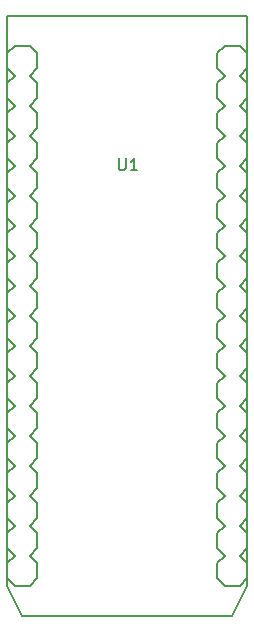
<source format=gbr>
G04 #@! TF.FileFunction,Legend,Top*
%FSLAX46Y46*%
G04 Gerber Fmt 4.6, Leading zero omitted, Abs format (unit mm)*
G04 Created by KiCad (PCBNEW 4.0.6-e0-6349~53~ubuntu14.04.1) date Thu Apr  6 14:21:28 2017*
%MOMM*%
%LPD*%
G01*
G04 APERTURE LIST*
%ADD10C,0.100000*%
%ADD11C,0.203200*%
%ADD12C,0.150000*%
G04 APERTURE END LIST*
D10*
D11*
X137980000Y-98755000D02*
X137345000Y-99390000D01*
X136075000Y-99390000D02*
X135440000Y-98755000D01*
X137345000Y-94310000D02*
X137980000Y-94945000D01*
X137980000Y-96215000D02*
X137345000Y-96850000D01*
X136075000Y-96850000D02*
X135440000Y-96215000D01*
X135440000Y-94945000D02*
X136075000Y-94310000D01*
X137980000Y-97485000D02*
X137345000Y-96850000D01*
X136075000Y-96850000D02*
X135440000Y-97485000D01*
X137980000Y-91135000D02*
X137345000Y-91770000D01*
X136075000Y-91770000D02*
X135440000Y-91135000D01*
X137345000Y-91770000D02*
X137980000Y-92405000D01*
X137980000Y-93675000D02*
X137345000Y-94310000D01*
X136075000Y-94310000D02*
X135440000Y-93675000D01*
X135440000Y-92405000D02*
X136075000Y-91770000D01*
X137345000Y-86690000D02*
X137980000Y-87325000D01*
X137980000Y-88595000D02*
X137345000Y-89230000D01*
X136075000Y-89230000D02*
X135440000Y-88595000D01*
X135440000Y-87325000D02*
X136075000Y-86690000D01*
X137980000Y-89865000D02*
X137345000Y-89230000D01*
X136075000Y-89230000D02*
X135440000Y-89865000D01*
X137980000Y-83515000D02*
X137345000Y-84150000D01*
X136075000Y-84150000D02*
X135440000Y-83515000D01*
X137345000Y-84150000D02*
X137980000Y-84785000D01*
X137980000Y-86055000D02*
X137345000Y-86690000D01*
X136075000Y-86690000D02*
X135440000Y-86055000D01*
X135440000Y-84785000D02*
X136075000Y-84150000D01*
X137345000Y-81610000D02*
X136075000Y-81610000D01*
X137980000Y-82245000D02*
X137345000Y-81610000D01*
X136075000Y-81610000D02*
X135440000Y-82245000D01*
X137980000Y-101295000D02*
X137345000Y-101930000D01*
X136075000Y-101930000D02*
X135440000Y-101295000D01*
X137980000Y-100025000D02*
X137345000Y-99390000D01*
X136075000Y-99390000D02*
X135440000Y-100025000D01*
X137980000Y-103835000D02*
X137345000Y-104470000D01*
X136075000Y-104470000D02*
X135440000Y-103835000D01*
X137980000Y-102565000D02*
X137345000Y-101930000D01*
X136075000Y-101930000D02*
X135440000Y-102565000D01*
X137980000Y-106375000D02*
X137345000Y-107010000D01*
X136075000Y-107010000D02*
X135440000Y-106375000D01*
X137980000Y-105105000D02*
X137345000Y-104470000D01*
X136075000Y-104470000D02*
X135440000Y-105105000D01*
X137980000Y-108915000D02*
X137345000Y-109550000D01*
X136075000Y-109550000D02*
X135440000Y-108915000D01*
X137980000Y-107645000D02*
X137345000Y-107010000D01*
X136075000Y-107010000D02*
X135440000Y-107645000D01*
X137980000Y-111455000D02*
X137345000Y-112090000D01*
X136075000Y-112090000D02*
X135440000Y-111455000D01*
X137980000Y-110185000D02*
X137345000Y-109550000D01*
X136075000Y-109550000D02*
X135440000Y-110185000D01*
X137980000Y-113995000D02*
X137345000Y-114630000D01*
X136075000Y-114630000D02*
X135440000Y-113995000D01*
X137980000Y-112725000D02*
X137345000Y-112090000D01*
X136075000Y-112090000D02*
X135440000Y-112725000D01*
X137980000Y-116535000D02*
X137345000Y-117170000D01*
X136075000Y-117170000D02*
X135440000Y-116535000D01*
X137980000Y-115265000D02*
X137345000Y-114630000D01*
X136075000Y-114630000D02*
X135440000Y-115265000D01*
X137980000Y-119075000D02*
X137345000Y-119710000D01*
X136075000Y-119710000D02*
X135440000Y-119075000D01*
X137980000Y-117805000D02*
X137345000Y-117170000D01*
X136075000Y-117170000D02*
X135440000Y-117805000D01*
X137980000Y-121615000D02*
X137345000Y-122250000D01*
X136075000Y-122250000D02*
X135440000Y-121615000D01*
X137980000Y-120345000D02*
X137345000Y-119710000D01*
X136075000Y-119710000D02*
X135440000Y-120345000D01*
X137980000Y-124155000D02*
X137345000Y-124790000D01*
X136075000Y-124790000D02*
X135440000Y-124155000D01*
X137980000Y-122885000D02*
X137345000Y-122250000D01*
X136075000Y-122250000D02*
X135440000Y-122885000D01*
X137980000Y-126695000D02*
X137345000Y-127330000D01*
X137345000Y-127330000D02*
X136075000Y-127330000D01*
X136075000Y-127330000D02*
X135440000Y-126695000D01*
X137980000Y-125425000D02*
X137345000Y-124790000D01*
X136075000Y-124790000D02*
X135440000Y-125425000D01*
X137980000Y-96215000D02*
X137980000Y-94945000D01*
X137980000Y-98755000D02*
X137980000Y-97485000D01*
X137980000Y-93675000D02*
X137980000Y-92405000D01*
X137980000Y-88595000D02*
X137980000Y-87325000D01*
X137980000Y-91135000D02*
X137980000Y-89865000D01*
X137980000Y-86055000D02*
X137980000Y-84785000D01*
X137980000Y-83515000D02*
X137980000Y-82245000D01*
X137980000Y-101295000D02*
X137980000Y-100025000D01*
X137980000Y-103835000D02*
X137980000Y-102565000D01*
X137980000Y-106375000D02*
X137980000Y-105105000D01*
X137980000Y-108915000D02*
X137980000Y-107645000D01*
X137980000Y-111455000D02*
X137980000Y-110185000D01*
X137980000Y-113995000D02*
X137980000Y-112725000D01*
X137980000Y-116535000D02*
X137980000Y-115265000D01*
X137980000Y-119075000D02*
X137980000Y-117805000D01*
X137980000Y-121615000D02*
X137980000Y-120345000D01*
X137980000Y-124155000D02*
X137980000Y-122885000D01*
X137980000Y-126695000D02*
X137980000Y-125425000D01*
X155760000Y-98755000D02*
X155125000Y-99390000D01*
X153855000Y-99390000D02*
X153220000Y-98755000D01*
X155125000Y-94310000D02*
X155760000Y-94945000D01*
X155760000Y-96215000D02*
X155125000Y-96850000D01*
X153855000Y-96850000D02*
X153220000Y-96215000D01*
X153220000Y-96215000D02*
X153220000Y-94945000D01*
X153220000Y-94945000D02*
X153855000Y-94310000D01*
X155760000Y-97485000D02*
X155125000Y-96850000D01*
X153855000Y-96850000D02*
X153220000Y-97485000D01*
X153220000Y-98755000D02*
X153220000Y-97485000D01*
X155760000Y-91135000D02*
X155125000Y-91770000D01*
X153855000Y-91770000D02*
X153220000Y-91135000D01*
X155125000Y-91770000D02*
X155760000Y-92405000D01*
X155760000Y-93675000D02*
X155125000Y-94310000D01*
X153855000Y-94310000D02*
X153220000Y-93675000D01*
X153220000Y-93675000D02*
X153220000Y-92405000D01*
X153220000Y-92405000D02*
X153855000Y-91770000D01*
X155125000Y-86690000D02*
X155760000Y-87325000D01*
X155760000Y-88595000D02*
X155125000Y-89230000D01*
X153855000Y-89230000D02*
X153220000Y-88595000D01*
X153220000Y-88595000D02*
X153220000Y-87325000D01*
X153220000Y-87325000D02*
X153855000Y-86690000D01*
X155760000Y-89865000D02*
X155125000Y-89230000D01*
X153855000Y-89230000D02*
X153220000Y-89865000D01*
X153220000Y-91135000D02*
X153220000Y-89865000D01*
X155760000Y-83515000D02*
X155125000Y-84150000D01*
X153855000Y-84150000D02*
X153220000Y-83515000D01*
X155125000Y-84150000D02*
X155760000Y-84785000D01*
X155760000Y-86055000D02*
X155125000Y-86690000D01*
X153855000Y-86690000D02*
X153220000Y-86055000D01*
X153220000Y-86055000D02*
X153220000Y-84785000D01*
X153220000Y-84785000D02*
X153855000Y-84150000D01*
X155125000Y-81610000D02*
X153855000Y-81610000D01*
X155760000Y-82245000D02*
X155125000Y-81610000D01*
X153855000Y-81610000D02*
X153220000Y-82245000D01*
X153220000Y-83515000D02*
X153220000Y-82245000D01*
X155760000Y-101295000D02*
X155125000Y-101930000D01*
X153855000Y-101930000D02*
X153220000Y-101295000D01*
X155760000Y-100025000D02*
X155125000Y-99390000D01*
X153855000Y-99390000D02*
X153220000Y-100025000D01*
X153220000Y-101295000D02*
X153220000Y-100025000D01*
X155760000Y-103835000D02*
X155125000Y-104470000D01*
X153855000Y-104470000D02*
X153220000Y-103835000D01*
X155760000Y-102565000D02*
X155125000Y-101930000D01*
X153855000Y-101930000D02*
X153220000Y-102565000D01*
X153220000Y-103835000D02*
X153220000Y-102565000D01*
X155760000Y-106375000D02*
X155125000Y-107010000D01*
X153855000Y-107010000D02*
X153220000Y-106375000D01*
X155760000Y-105105000D02*
X155125000Y-104470000D01*
X153855000Y-104470000D02*
X153220000Y-105105000D01*
X153220000Y-106375000D02*
X153220000Y-105105000D01*
X155760000Y-108915000D02*
X155125000Y-109550000D01*
X153855000Y-109550000D02*
X153220000Y-108915000D01*
X155760000Y-107645000D02*
X155125000Y-107010000D01*
X153855000Y-107010000D02*
X153220000Y-107645000D01*
X153220000Y-108915000D02*
X153220000Y-107645000D01*
X155760000Y-111455000D02*
X155125000Y-112090000D01*
X153855000Y-112090000D02*
X153220000Y-111455000D01*
X155760000Y-110185000D02*
X155125000Y-109550000D01*
X153855000Y-109550000D02*
X153220000Y-110185000D01*
X153220000Y-111455000D02*
X153220000Y-110185000D01*
X155760000Y-113995000D02*
X155125000Y-114630000D01*
X153855000Y-114630000D02*
X153220000Y-113995000D01*
X155760000Y-112725000D02*
X155125000Y-112090000D01*
X153855000Y-112090000D02*
X153220000Y-112725000D01*
X153220000Y-113995000D02*
X153220000Y-112725000D01*
X155760000Y-116535000D02*
X155125000Y-117170000D01*
X153855000Y-117170000D02*
X153220000Y-116535000D01*
X155760000Y-115265000D02*
X155125000Y-114630000D01*
X153855000Y-114630000D02*
X153220000Y-115265000D01*
X153220000Y-116535000D02*
X153220000Y-115265000D01*
X155760000Y-119075000D02*
X155125000Y-119710000D01*
X153855000Y-119710000D02*
X153220000Y-119075000D01*
X155760000Y-117805000D02*
X155125000Y-117170000D01*
X153855000Y-117170000D02*
X153220000Y-117805000D01*
X153220000Y-119075000D02*
X153220000Y-117805000D01*
X155760000Y-121615000D02*
X155125000Y-122250000D01*
X153855000Y-122250000D02*
X153220000Y-121615000D01*
X155760000Y-120345000D02*
X155125000Y-119710000D01*
X153855000Y-119710000D02*
X153220000Y-120345000D01*
X153220000Y-121615000D02*
X153220000Y-120345000D01*
X155760000Y-124155000D02*
X155125000Y-124790000D01*
X153855000Y-124790000D02*
X153220000Y-124155000D01*
X155760000Y-122885000D02*
X155125000Y-122250000D01*
X153855000Y-122250000D02*
X153220000Y-122885000D01*
X153220000Y-124155000D02*
X153220000Y-122885000D01*
X155760000Y-126695000D02*
X155125000Y-127330000D01*
X155125000Y-127330000D02*
X153855000Y-127330000D01*
X153855000Y-127330000D02*
X153220000Y-126695000D01*
X155760000Y-125425000D02*
X155125000Y-124790000D01*
X153855000Y-124790000D02*
X153220000Y-125425000D01*
X153220000Y-126695000D02*
X153220000Y-125425000D01*
X155760000Y-96215000D02*
X155760000Y-94945000D01*
X155760000Y-98755000D02*
X155760000Y-97485000D01*
X155760000Y-93675000D02*
X155760000Y-92405000D01*
X155760000Y-88595000D02*
X155760000Y-87325000D01*
X155760000Y-91135000D02*
X155760000Y-89865000D01*
X155760000Y-86055000D02*
X155760000Y-84785000D01*
X155760000Y-83515000D02*
X155760000Y-82245000D01*
X155760000Y-101295000D02*
X155760000Y-100025000D01*
X155760000Y-103835000D02*
X155760000Y-102565000D01*
X155760000Y-106375000D02*
X155760000Y-105105000D01*
X155760000Y-108915000D02*
X155760000Y-107645000D01*
X155760000Y-111455000D02*
X155760000Y-110185000D01*
X155760000Y-113995000D02*
X155760000Y-112725000D01*
X155760000Y-116535000D02*
X155760000Y-115265000D01*
X155760000Y-119075000D02*
X155760000Y-117805000D01*
X155760000Y-121615000D02*
X155760000Y-120345000D01*
X155760000Y-124155000D02*
X155760000Y-122885000D01*
X155760000Y-126695000D02*
X155760000Y-125425000D01*
X155760000Y-79070000D02*
X155760000Y-127330000D01*
X155760000Y-127330000D02*
X154490000Y-129870000D01*
X154490000Y-129870000D02*
X136710000Y-129870000D01*
X136710000Y-129870000D02*
X135440000Y-127330000D01*
X135440000Y-127330000D02*
X135440000Y-79070000D01*
X135440000Y-79070000D02*
X155760000Y-79070000D01*
D12*
X144888095Y-91152381D02*
X144888095Y-91961905D01*
X144935714Y-92057143D01*
X144983333Y-92104762D01*
X145078571Y-92152381D01*
X145269048Y-92152381D01*
X145364286Y-92104762D01*
X145411905Y-92057143D01*
X145459524Y-91961905D01*
X145459524Y-91152381D01*
X146459524Y-92152381D02*
X145888095Y-92152381D01*
X146173809Y-92152381D02*
X146173809Y-91152381D01*
X146078571Y-91295238D01*
X145983333Y-91390476D01*
X145888095Y-91438095D01*
M02*

</source>
